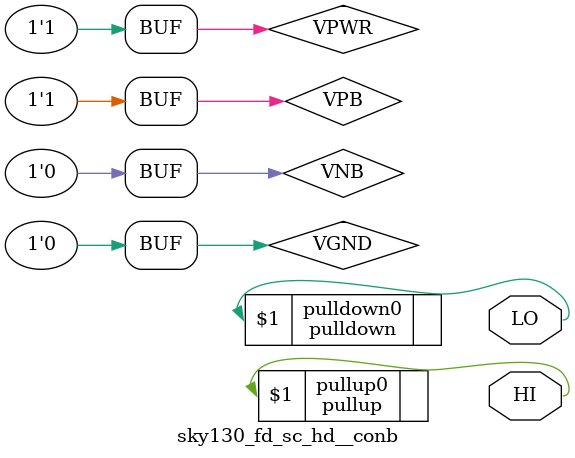
<source format=v>
/*
 * Copyright 2020 The SkyWater PDK Authors
 *
 * Licensed under the Apache License, Version 2.0 (the "License");
 * you may not use this file except in compliance with the License.
 * You may obtain a copy of the License at
 *
 *     https://www.apache.org/licenses/LICENSE-2.0
 *
 * Unless required by applicable law or agreed to in writing, software
 * distributed under the License is distributed on an "AS IS" BASIS,
 * WITHOUT WARRANTIES OR CONDITIONS OF ANY KIND, either express or implied.
 * See the License for the specific language governing permissions and
 * limitations under the License.
 *
 * SPDX-License-Identifier: Apache-2.0
*/


`ifndef SKY130_FD_SC_HD__CONB_BEHAVIORAL_V
`define SKY130_FD_SC_HD__CONB_BEHAVIORAL_V

/**
 * conb: Constant value, low, high outputs.
 *
 * Verilog simulation functional model.
 */

`timescale 1ns / 1ps
`default_nettype none

`celldefine
module sky130_fd_sc_hd__conb (
    HI,
    LO
);

    // Module ports
    output HI;
    output LO;

    // Module supplies
    supply1 VPWR;
    supply0 VGND;
    supply1 VPB ;
    supply0 VNB ;

    //       Name       Output
    pullup   pullup0   (HI    );
    pulldown pulldown0 (LO    );

endmodule
`endcelldefine

`default_nettype wire
`endif  // SKY130_FD_SC_HD__CONB_BEHAVIORAL_V
</source>
